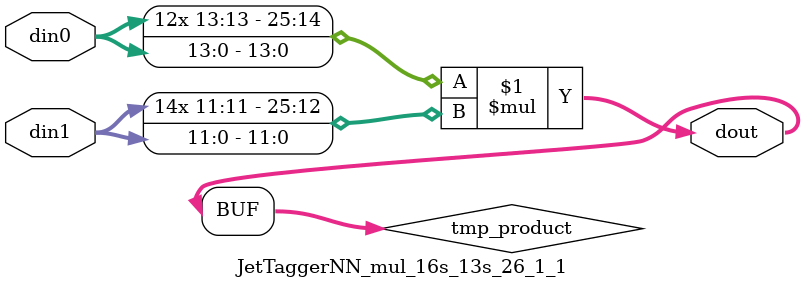
<source format=v>

`timescale 1 ns / 1 ps

  module JetTaggerNN_mul_16s_13s_26_1_1(din0, din1, dout);
parameter ID = 1;
parameter NUM_STAGE = 0;
parameter din0_WIDTH = 14;
parameter din1_WIDTH = 12;
parameter dout_WIDTH = 26;

input [din0_WIDTH - 1 : 0] din0; 
input [din1_WIDTH - 1 : 0] din1; 
output [dout_WIDTH - 1 : 0] dout;

wire signed [dout_WIDTH - 1 : 0] tmp_product;













assign tmp_product = $signed(din0) * $signed(din1);








assign dout = tmp_product;







endmodule

</source>
